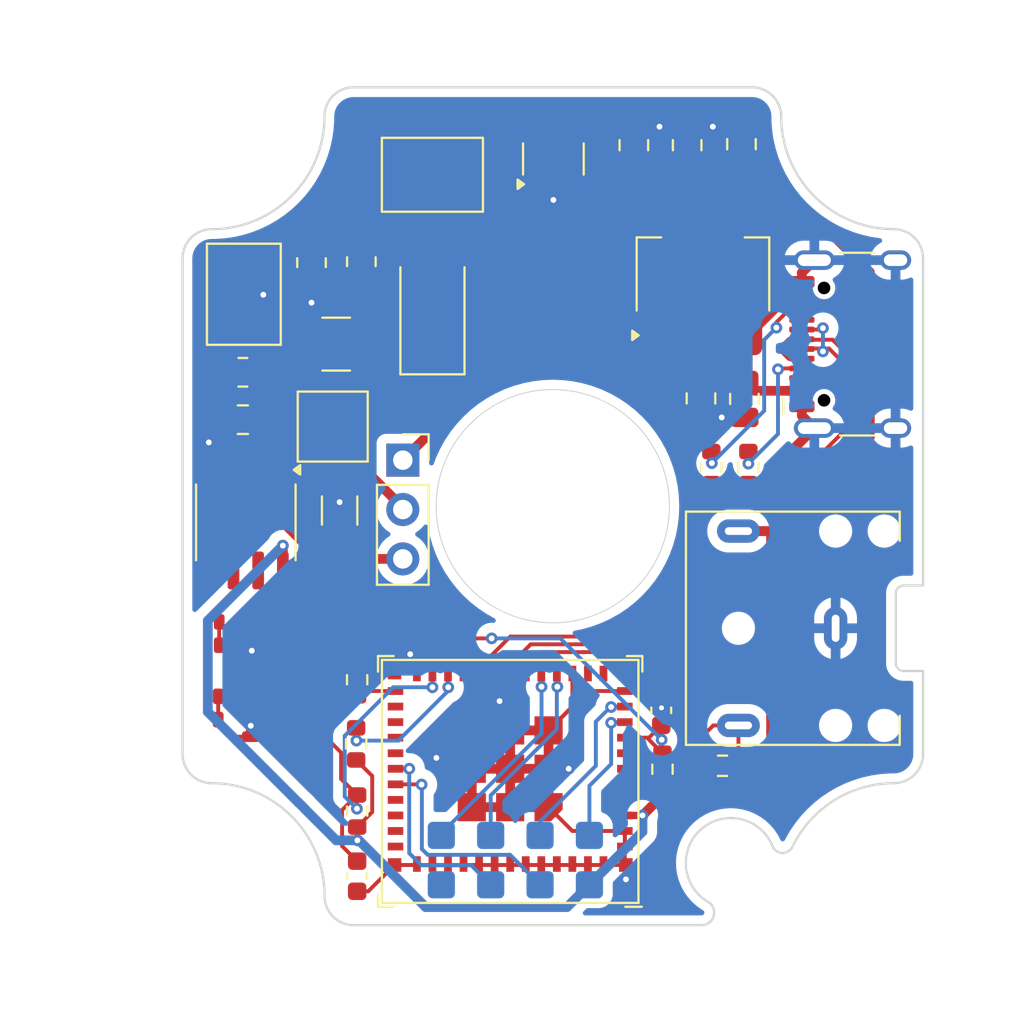
<source format=kicad_pcb>
(kicad_pcb (version 20240108) (generator "pcbnew") (generator_version "8.0")
  (layers (0 "F.Cu" signal) (31 "B.Cu" signal) (34 "B.Paste" user) (35 "F.Paste" user) (36 "B.SilkS" user "B.Silkscreen") (37 "F.SilkS" user "F.Silkscreen") (38 "B.Mask" user) (39 "F.Mask" user) (44 "Edge.Cuts" user))
  (net 0 "")
  (net 1 "GND")
  (net 2 "HV")
  (net 3 "Net-(U1A-+)")
  (net 4 "Net-(D1-A)")
  (net 5 "Net-(Q2-C)")
  (net 6 "Net-(J1-Pad3)")
  (net 7 "Net-(Q2-E)")
  (net 8 "Net-(Q2-B)")
  (net 9 "HVEN")
  (net 11 "Net-(T1-AB)")
  (net 12 "Net-(U2-FB)")
  (net 15 "EN")
  (net 18 "BOOT")
  (net 22 "PWM")
  (net 26 "RX")
  (net 28 "TDO")
  (net 29 "TX")
  (net 30 "TMS")
  (net 32 "Net-(U4-GPIO8)")
  (net 34 "TDI")
  (net 35 "TCK")
  (net 37 "D+")
  (net 39 "D-")
  (net 41 "+3.3V")
  (net 42 "SIGNAL")
  (net 43 "Net-(R2-Pad1)")
  (net 44 "Net-(R4-Pad2)")
  (net 48 "VBUS")
  (net 50 "Net-(J4-CC2)")
  (net 51 "Net-(J4-CC1)")
  (footprint "Capacitor_SMD:C_0603_1608Metric" (layer "F.Cu") (at 63.1824 80.585999 -90)
    (property "Reference" "C11" (hide yes))
    (property "Value" "1u")
  )
  (footprint "Resistor_SMD:R_0603_1608Metric" (layer "F.Cu") (at 63.1316 73.778799 -90)
    (property "Reference" "R7" (hide yes))
    (property "Value" "10k")
  )
  (footprint "Resistor_SMD:R_0603_1608Metric" (layer "F.Cu") (at 63.1824 77.233199 -90)
    (property "Reference" "R8" (hide yes))
    (property "Value" "10k")
  )
  (footprint "Capacitor_SMD:C_0805_2012Metric" (layer "F.Cu") (at 77.4192 42.9768 90)
    (property "Reference" "C7" (hide yes))
    (property "Value" "1u")
  )
  (footprint "IN13-Nixie-Device:Jack_3.5mm_CUI_SJ1-3523N_Horizontal_NoEdgeSilkscreen" (layer "F.Cu") (at 87.8 67.83 90)
    (property "Reference" "J2" (hide yes))
    (property "Value" "AudioJack3")
    (fp_line (start 1.8 3.1) (end -1.8 3.1) (stroke (width 0.12)) (layer "Edge.Cuts"))
    (fp_line (start 2.2 3.5) (end 2.2 4.5) (stroke (width 0.12)) (layer "Edge.Cuts"))
    (fp_line (start -2.2 3.5) (end -2.2 4.5) (stroke (width 0.12)) (layer "Edge.Cuts"))
    (fp_line (start 2.2 4.5) (end 6.5 4.5) (stroke (width 0.12)) (layer "Edge.Cuts"))
    (fp_line (start -2.2 4.5) (end -6.5 4.5) (stroke (width 0.12)) (layer "Edge.Cuts"))
    (fp_arc (start 1.8 3.1) (mid 2.082843 3.217157) (end 2.2 3.5) (stroke (width 0.12)) (layer "Edge.Cuts"))
    (fp_arc (start -2.2 3.5) (mid -2.082842 3.217158) (end -1.8 3.1) (stroke (width 0.12)) (layer "Edge.Cuts"))
  )
  (footprint "Resistor_SMD:R_0805_2012Metric" (layer "F.Cu") (at 60.833 49.022 -90)
    (property "Reference" "R2" (hide yes))
    (property "Value" "5k")
  )
  (footprint "Capacitor_SMD:C_0805_2012Metric" (layer "F.Cu") (at 80.8736 56.007 -90)
    (property "Reference" "C6" (hide yes))
    (property "Value" "1u")
  )
  (footprint "PCM_Potentiometer_SMD_AKL:Potentiometer_Bourns_TC33X_Vertical" (layer "F.Cu") (at 66.9544 44.5008 180)
    (property "Reference" "RV2" (hide yes))
    (property "Value" "10k" (hide yes))
  )
  (footprint "Resistor_SMD:R_0805_2012Metric" (layer "F.Cu") (at 57.3024 54.6608 180)
    (property "Reference" "R4" (hide yes))
    (property "Value" "330")
  )
  (footprint "Resistor_SMD:R_0603_1608Metric" (layer "F.Cu") (at 81.979001 74.904599)
    (property "Reference" "R11" (hide yes))
    (property "Value" "10k")
  )
  (footprint "Package_TO_SOT_SMD:SOT-223-3_TabPin2" (layer "F.Cu") (at 80.9752 49.6316 90)
    (property "Reference" "U3" (hide yes))
    (property "Value" "AMS1117-3.3")
  )
  (footprint "Capacitor_SMD:C_0805_2012Metric" (layer "F.Cu") (at 82.9564 42.926 90)
    (property "Reference" "C9" (hide yes))
    (property "Value" "22u")
  )
  (footprint "IN13-Nixie-Device:Mitsumi_SOFSeries_SMD_Button_NoHoles" (layer "F.Cu") (at 57.7088 71.9328 180)
    (property "Reference" "SW3" (hide yes))
    (property "Value" "SW_Push")
  )
  (footprint "Resistor_SMD:R_0805_2012Metric" (layer "F.Cu") (at 63.3984 48.9712 -90)
    (property "Reference" "R1" (hide yes))
    (property "Value" "1M")
  )
  (footprint "Capacitor_SMD:C_0805_2012Metric" (layer "F.Cu") (at 80.1624 42.9768 90)
    (property "Reference" "C8" (hide yes))
    (property "Value" "10u")
  )
  (footprint "Connector_USB:USB_C_Receptacle_HCTL_HC-TYPE-C-16P-01A" (layer "F.Cu") (at 89.81 53.213 90)
    (property "Reference" "J4" (hide yes))
    (property "Value" "USB_C_Receptacle_USB2.0_16P")
  )
  (footprint "Resistor_SMD:R_0603_1608Metric" (layer "F.Cu") (at 81.407 59.563 -90)
    (property "Reference" "R9" (hide yes))
    (property "Value" "5.1K")
  )
  (footprint "PCM_Espressif:ESP32-C6-MINI-1U" (layer "F.Cu") (at 71.0564 77.759199 180)
    (property "Reference" "U4" (hide yes))
    (property "Value" "ESP32-C6-MINI-1/U")
  )
  (footprint "IN13-Nixie-Device:Mitsumi_SOFSeries_SMD_Button_NoHoles" (layer "F.Cu") (at 57.7596 68.103 180)
    (property "Reference" "SW1" (hide yes))
    (property "Value" "SW_Push")
  )
  (footprint "Resistor_SMD:R_1206_3216Metric" (layer "F.Cu") (at 62.2808 61.7728 90)
    (property "Reference" "R5" (hide yes))
    (property "Value" "220k")
  )
  (footprint "PCM_Potentiometer_SMD_AKL:Potentiometer_Bourns_TC33X_Vertical" (layer "F.Cu") (at 57.3532 50.5476 90)
    (property "Reference" "RV1" (hide yes))
    (property "Value" "2k" (hide yes))
  )
  (footprint "Capacitor_SMD:C_0603_1608Metric" (layer "F.Cu") (at 78.8288 72.051599 90)
    (property "Reference" "C10" (hide yes))
    (property "Value" "1u")
  )
  (footprint "Package_TO_SOT_SMD:SOT-23-6" (layer "F.Cu") (at 73.279 43.688 90)
    (property "Reference" "U2" (hide yes))
    (property "Value" "STI3508")
  )
  (footprint "Package_SO:SOIC-8_3.9x4.9mm_P1.27mm" (layer "F.Cu") (at 57.4548 62.3824 -90)
    (property "Reference" "U1" (hide yes))
    (property "Value" "LM358")
  )
  (footprint "PCM_Package_TO_SOT_SMD_AKL:SOT-23" (layer "F.Cu") (at 61.9252 57.4548 -90)
    (property "Reference" "Q2" (hide yes))
    (property "Value" "MMBTA42" (hide yes))
  )
  (footprint "Diode_SMD:D_SMA" (layer "F.Cu") (at 67.056 51.2572 90)
    (property "Reference" "D1" (hide yes))
    (property "Value" "US1G")
  )
  (footprint "Capacitor_SMD:C_0805_2012Metric" (layer "F.Cu") (at 83.1088 56.0324 -90)
    (property "Reference" "C5" (hide yes))
    (property "Value" "10u")
  )
  (footprint "Capacitor_SMD:C_1210_3225Metric" (layer "F.Cu") (at 62.103 53.213)
    (property "Reference" "C3" (hide yes))
    (property "Value" "0.22u 200V")
  )
  (footprint "Capacitor_SMD:C_0805_2012Metric" (layer "F.Cu") (at 57.3024 57.0992 180)
    (property "Reference" "C4" (hide yes))
    (property "Value" "100nF")
  )
  (footprint "Resistor_SMD:R_0603_1608Metric" (layer "F.Cu") (at 83.312 59.563 -90)
    (property "Reference" "R10" (hide yes))
    (property "Value" "5.1K")
  )
  (footprint "IN13-Nixie-Device:EE0504S" (layer "F.Cu") (at 73.279 50.546 90)
    (property "Reference" "T1" (hide yes))
    (property "Value" "Transformer_1P_1S")
  )
  (footprint "Resistor_SMD:R_0603_1608Metric" (layer "F.Cu") (at 63.1824 70.476799 -90)
    (property "Reference" "R3" (hide yes))
    (property "Value" "10k")
  )
  (footprint "Resistor_SMD:R_0603_1608Metric" (layer "F.Cu") (at 78.8924 75.0824 90)
    (property "Reference" "R6" (hide yes))
    (property "Value" "10k")
  )
  (footprint "Connector_PinSocket_2.54mm:PinSocket_1x03_P2.54mm_Vertical" (layer "F.Cu") (at 65.532 59.182)
    (property "Reference" "J1" (hide yes))
    (property "Value" "PINHD_1x3_Female" (hide yes))
  )
  (footprint "SharedCustom:Pads_1x4_2.54mm" (layer "B.Cu") (at 71.3232 81.026 180)
    (property "Reference" "J3" (hide yes))
    (property "Value" "PINHD_1x4_Male" (hide yes))
  )
  (footprint "SharedCustom:Pads_1x4_2.54mm" (layer "B.Cu") (at 71.3232 78.486 180)
    (property "Reference" "J5" (hide yes))
    (property "Value" "PINHD_1x4_Male" (hide yes))
  )
  (gr_arc (start 92.299999 74.330001) (mid 91.850211 75.371426) (end 90.8 75.800299) (stroke (width 0.12)) (layer "Edge.Cuts"))
  (gr_arc (start 61.5 41.5) (mid 59.801219 45.601219) (end 55.7 47.3) (stroke (width 0.12)) (layer "Edge.Cuts"))
  (gr_arc (start 81.307183 81.945907) (mid 81.506355 82.694205) (end 80.849932 83.104971) (stroke (width 0.12)) (layer "Edge.Cuts"))
  (gr_arc (start 85.573632 79.085029) (mid 87.713483 76.689459) (end 90.8 75.8) (stroke (width 0.12)) (layer "Edge.Cuts"))
  (gr_arc (start 90.799999 47.300001) (mid 86.69878 45.60122) (end 84.999999 41.500001) (stroke (width 0.12)) (layer "Edge.Cuts"))
  (gr_arc (start 55.7 75.8) (mid 54.63934 75.36066) (end 54.2 74.3) (stroke (width 0.12)) (layer "Edge.Cuts"))
  (gr_arc (start 85.573631 79.085029) (mid 85.082136 79.387994) (end 84.579942 79.103117) (stroke (width 0.12)) (layer "Edge.Cuts"))
  (gr_line (start 54.2 48.8) (end 54.2 74.3) (stroke (width 0.12)) (layer "Edge.Cuts"))
  (gr_arc (start 90.8 47.3) (mid 91.86066 47.73934) (end 92.3 48.8) (stroke (width 0.12)) (layer "Edge.Cuts"))
  (gr_arc (start 54.2 48.8) (mid 54.63934 47.73934) (end 55.7 47.3) (stroke (width 0.12)) (layer "Edge.Cuts"))
  (gr_circle (center 73.25 61.55) (end 79.25 61.55) (stroke (width 0.05)) (fill none) (layer "Edge.Cuts"))
  (gr_arc (start 81.307183 81.945907) (mid 80.889888 78.160221) (end 84.579942 79.103117) (stroke (width 0.12)) (layer "Edge.Cuts"))
  (gr_arc (start 63.006368 83.104971) (mid 61.945708 82.665631) (end 61.506368 81.604971) (stroke (width 0.12)) (layer "Edge.Cuts"))
  (gr_arc (start 61.5 41.5) (mid 61.93934 40.43934) (end 63 40) (stroke (width 0.12)) (layer "Edge.Cuts"))
  (gr_line (start 92.3 48.8) (end 92.3 61.330001) (stroke (width 0.12)) (layer "Edge.Cuts"))
  (gr_arc (start 83.499999 40.000001) (mid 84.560659 40.439341) (end 84.999999 41.500001) (stroke (width 0.12)) (layer "Edge.Cuts"))
  (gr_line (start 63 40) (end 83.5 40) (stroke (width 0.12)) (layer "Edge.Cuts"))
  (gr_line (start 63.006368 83.104971) (end 80.849932 83.104971) (stroke (width 0.12)) (layer "Edge.Cuts"))
  (gr_arc (start 55.7 75.8) (mid 59.805428 77.499952) (end 61.506368 81.604971) (stroke (width 0.12)) (layer "Edge.Cuts"))
  (segment (start 57.7088 73.4078) (end 58.508799 73.4078) (width 0.2) (layer "F.Cu") (net 1))
  (segment (start 63.754601 81.360999) (end 65.106402 80.009198) (width 0.2) (layer "F.Cu") (net 1))
  (segment (start 71.0564 72.1232) (end 70.5104 71.5772) (width 0.5) (layer "F.Cu") (net 1))
  (segment (start 83.108801 56.9824) (end 80.899001 56.9824) (width 0.5) (layer "F.Cu") (net 1))
  (segment (start 76.9564 78.259199) (end 74.256399 78.259199) (width 0.2) (layer "F.Cu") (net 1))
  (segment (start 59.762601 52.347601) (end 60.628 53.213) (width 0.5) (layer "F.Cu") (net 1))
  (segment (start 65.1064 69.9708) (end 65.913 69.1642) (width 0.2) (layer "F.Cu") (net 1))
  (segment (start 78.8288 71.909799) (end 78.8416 71.922599) (width 0.2) (layer "F.Cu") (net 1))
  (segment (start 73.0314 75.059199) (end 73.0314 73.0842) (width 0.5) (layer "F.Cu") (net 1))
  (segment (start 60.833 49.9345) (end 60.833 53.008) (width 0.5) (layer "F.Cu") (net 1))
  (segment (start 63.1824 81.360999) (end 63.754601 81.360999) (width 0.2) (layer "F.Cu") (net 1))
  (segment (start 86.065 56.413) (end 86.065 56.892999) (width 0.5) (layer "F.Cu") (net 1))
  (segment (start 80.873601 56.957) (end 78.675199 54.758598) (width 0.5) (layer "F.Cu") (net 1))
  (segment (start 69.081401 75.059198) (end 73.031399 75.059198) (width 0.5) (layer "F.Cu") (net 1))
  (segment (start 58.559599 69.578) (end 57.7596 69.578) (width 0.2) (layer "F.Cu") (net 1))
  (segment (start 76.9564 71.059199) (end 78.6114 71.059199) (width 0.2) (layer "F.Cu") (net 1))
  (segment (start 74.2564 71.8592) (end 74.2564 70.159199) (width 0.2) (layer "F.Cu") (net 1))
  (segment (start 59.434601 68.702998) (end 58.559599 69.578) (width 0.2) (layer "F.Cu") (net 1))
  (segment (start 71.0564 73.084199) (end 71.0564 77.034198) (width 0.5) (layer "F.Cu") (net 1))
  (segment (start 71.056401 79.959198) (end 71.0564 79.959199) (width 0.2) (layer "F.Cu") (net 1))
  (segment (start 58.3532 50.097599) (end 57.3532 49.097599) (width 0.5) (layer "F.Cu") (net 1))
  (segment (start 75.3364 71.059199) (end 75.056401 71.059199) (width 0.2) (layer "F.Cu") (net 1))
  (segment (start 71.0564 77.034198) (end 71.056401 77.034199) (width 0.5) (layer "F.Cu") (net 1))
  (segment (start 65.106402 80.009198) (end 77.006401 80.009198) (width 0.2) (layer "F.Cu") (net 1))
  (segment (start 77.419199 42.026802) (end 82.905599 42.026802) (width 0.5) (layer "F.Cu") (net 1))
  (segment (start 78.6114 71.059199) (end 78.8288 71.276599) (width 0.2) (layer "F.Cu") (net 1))
  (segment (start 82.905599 42.026802) (end 82.956401 41.976) (width 0.5) (layer "F.Cu") (net 1))
  (segment (start 83.312 60.387999) (end 83.85 60.387999) (width 0.5) (layer "F.Cu") (net 1))
  (segment (start 69.081399 73.0842) (end 73.0314 73.0842) (width 0.5) (layer "F.Cu") (net 1))
  (segment (start 86.065 49.533002) (end 86.705001 48.893001) (width 0.5) (layer "F.Cu") (net 1))
  (segment (start 56.033799 72.532799) (end 56.9088 73.4078) (width 0.2) (layer "F.Cu") (net 1))
  (segment (start 77.0064 80.009199) (end 77.0064 80.7402) (width 0.2) (layer "F.Cu") (net 1))
  (segment (start 74.0664 75.057) (end 73.033599 75.057) (width 0.5) (layer "F.Cu") (net 1))
  (segment (start 56.033799 71.332802) (end 56.033799 72.532799) (width 0.2) (layer "F.Cu") (net 1))
  (segment (start 75.056401 71.059199) (end 73.0314 73.0842) (width 0.2) (layer "F.Cu") (net 1))
  (segment (start 67.2592 74.4982) (end 67.820198 75.059198) (width 0.5) (layer "F.Cu") (net 1))
  (segment (start 56.9088 73.4078) (end 57.7088 73.4078) (width 0.2) (layer "F.Cu") (net 1))
  (segment (start 77.0064 80.7402) (end 77.0128 80.7466) (width 0.2) (layer "F.Cu") (net 1))
  (segment (start 78.675199 54.758598) (end 78.675199 52.781602) (width 0.5) (layer "F.Cu") (net 1))
  (segment (start 58.3532 52.347601) (end 59.762601 52.347601) (width 0.5) (layer "F.Cu") (net 1))
  (segment (start 57.7596 69.578) (end 57.7596 68.9864) (width 0.5) (layer "F.Cu") (net 1))
  (segment (start 69.081399 73.0842) (end 69.081399 77.034199) (width 0.5) (layer "F.Cu") (net 1))
  (segment (start 73.0314 73.0842) (end 74.2564 71.8592) (width 0.2) (layer "F.Cu") (net 1))
  (segment (start 86.065 50.013) (end 86.065 49.533002) (width 0.5) (layer "F.Cu") (net 1))
  (segment (start 55.5498 59.9074) (end 55.5498 57.901802) (width 0.5) (layer "F.Cu") (net 1))
  (segment (start 57.7088 73.4078) (end 57.7088 72.8472) (width 0.5) (layer "F.Cu") (net 1))
  (segment (start 76.9564 78.259199) (end 76.9564 79.959197) (width 0.2) (layer "F.Cu") (net 1))
  (segment (start 76.9564 71.059199) (end 75.3364 71.059199) (width 0.2) (layer "F.Cu") (net 1))
  (segment (start 78.8288 71.276599) (end 78.8288 71.909799) (width 0.2) (layer "F.Cu") (net 1))
  (segment (start 56.9596 69.578) (end 57.7596 69.578) (width 0.2) (layer "F.Cu") (net 1))
  (segment (start 73.279 44.8255) (end 73.279 45.7962) (width 0.5) (layer "F.Cu") (net 1))
  (segment (start 73.031399 75.059198) (end 73.0314 75.059199) (width 0.5) (layer "F.Cu") (net 1))
  (segment (start 65.1064 70.109199) (end 65.1064 69.9708) (width 0.2) (layer "F.Cu") (net 1))
  (segment (start 71.0564 73.084199) (end 71.0564 72.1232) (width 0.5) (layer "F.Cu") (net 1))
  (segment (start 76.9564 79.959197) (end 77.006401 80.009198) (width 0.2) (layer "F.Cu") (net 1))
  (segment (start 80.899001 56.9824) (end 80.873601 56.957) (width 0.5) (layer "F.Cu") (net 1))
  (segment (start 56.084599 67.503002) (end 56.084599 68.702999) (width 0.2) (layer "F.Cu") (net 1))
  (segment (start 74.256399 78.259199) (end 73.0314 77.0342) (width 0.2) (layer "F.Cu") (net 1))
  (segment (start 83.85 60.387999) (end 86.705 57.532999) (width 0.5) (layer "F.Cu") (net 1))
  (segment (start 69.0814 77.0342) (end 73.0314 77.0342) (width 0.5) (layer "F.Cu") (net 1))
  (segment (start 60.833 53.008) (end 60.628 53.213) (width 0.5) (layer "F.Cu") (net 1))
  (segment (start 73.033599 75.057) (end 73.0314 75.059199) (width 0.5) (layer "F.Cu") (net 1))
  (segment (start 86.065 56.892999) (end 86.705 57.532999) (width 0.5) (layer "F.Cu") (net 1))
  (segment (start 69.081399 77.034199) (end 69.0814 77.0342) (width 0.5) (layer "F.Cu") (net 1))
  (segment (start 58.3532 52.347601) (end 58.3532 50.097599) (width 0.5) (layer "F.Cu") (net 1))
  (segment (start 76.9564 79.059199) (end 76.9564 78.259199) (width 0.2) (layer "F.Cu") (net 1))
  (segment (start 58.508799 73.4078) (end 59.383801 72.532798) (width 0.2) (layer "F.Cu") (net 1))
  (segment (start 62.2808 60.3103) (end 62.2808 61.341) (width 0.5) (layer "F.Cu") (net 1))
  (segment (start 56.084599 68.702999) (end 56.9596 69.578) (width 0.2) (layer "F.Cu") (net 1))
  (segment (start 65.106401 70.109198) (end 64.863799 70.3518) (width 0.2) (layer "F.Cu") (net 1))
  (segment (start 55.5498 57.901802) (end 56.352401 57.099201) (width 0.5) (layer "F.Cu") (net 1))
  (segment (start 83.312 60.387999) (end 81.407 60.387999) (width 0.5) (layer "F.Cu") (net 1))
  (segment (start 67.820198 75.059198) (end 69.081401 75.059198) (width 0.5) (layer "F.Cu") (net 1))
  (segment (start 73.0314 75.059199) (end 73.0314 77.0342) (width 0.5) (layer "F.Cu") (net 1))
  (via (at 65.913 69.1642) (size 0.6) (drill 0.3) (layers "F.Cu" "B.Cu") (net 1))
  (via (at 81.4832 42.026802) (size 0.6) (drill 0.3) (layers "F.Cu" "B.Cu") (net 1))
  (via (at 58.3532 50.673) (size 0.6) (drill 0.3) (layers "F.Cu" "B.Cu") (net 1))
  (via (at 81.9404 56.9824) (size 0.6) (drill 0.3) (layers "F.Cu" "B.Cu") (net 1))
  (via (at 57.7088 72.8472) (size 0.6) (drill 0.3) (layers "F.Cu" "B.Cu") (net 1))
  (via (at 73.279 45.7962) (size 0.6) (drill 0.3) (layers "F.Cu" "B.Cu") (net 1))
  (via (at 67.2592 74.4982) (size 0.6) (drill 0.3) (layers "F.Cu" "B.Cu") (net 1))
  (via (at 60.833 51.0794) (size 0.6) (drill 0.3) (layers "F.Cu" "B.Cu") (net 1))
  (via (at 77.0128 80.7466) (size 0.6) (drill 0.3) (layers "F.Cu" "B.Cu") (net 1))
  (via (at 70.5104 71.5772) (size 0.6) (drill 0.3) (layers "F.Cu" "B.Cu") (net 1))
  (via (at 78.74 42.026802) (size 0.6) (drill 0.3) (layers "F.Cu" "B.Cu") (net 1))
  (via (at 62.2808 61.341) (size 0.6) (drill 0.3) (layers "F.Cu" "B.Cu") (net 1))
  (via (at 78.8416 71.922599) (size 0.508) (drill 0.254) (layers "F.Cu" "B.Cu") (net 1))
  (via (at 55.5498 58.2676) (size 0.6) (drill 0.3) (layers "F.Cu" "B.Cu") (net 1))
  (via (at 57.7596 68.9864) (size 0.6) (drill 0.3) (layers "F.Cu" "B.Cu") (net 1))
  (via (at 74.0664 75.057) (size 0.6) (drill 0.3) (layers "F.Cu" "B.Cu") (net 1))
  (segment (start 77.0128 80.7466) (end 77.2414 80.9752) (width 0.2) (layer "B.Cu") (net 1))
  (segment (start 63.3984 53.0334) (end 63.578 53.213) (width 0.5) (layer "F.Cu") (net 2))
  (segment (start 63.622203 53.257203) (end 63.578 53.213) (width 0.5) (layer "F.Cu") (net 2))
  (segment (start 63.3984 49.8837) (end 63.3984 53.0334) (width 0.5) (layer "F.Cu") (net 2))
  (segment (start 67.056001 53.257203) (end 67.056001 57.657999) (width 0.5) (layer "F.Cu") (net 2))
  (segment (start 67.056001 57.657999) (end 65.532 59.182) (width 0.5) (layer "F.Cu") (net 2))
  (segment (start 67.056001 53.257203) (end 63.622203 53.257203) (width 0.5) (layer "F.Cu") (net 2))
  (segment (start 57.9882 62.0776) (end 58.8518 62.0776) (width 0.2) (layer "F.Cu") (net 3))
  (segment (start 58.8518 62.0776) (end 63.1824 66.4082) (width 0.2) (layer "F.Cu") (net 3))
  (segment (start 58.252399 57.099199) (end 58.252399 57.698601) (width 0.5) (layer "F.Cu") (net 3))
  (segment (start 56.8198 60.9092) (end 57.9882 62.0776) (width 0.2) (layer "F.Cu") (net 3))
  (segment (start 56.8198 59.9074) (end 56.8198 60.9092) (width 0.2) (layer "F.Cu") (net 3))
  (segment (start 58.252399 57.698601) (end 56.819801 59.131199) (width 0.5) (layer "F.Cu") (net 3))
  (segment (start 56.819801 59.131199) (end 56.819801 59.907399) (width 0.5) (layer "F.Cu") (net 3))
  (segment (start 63.1824 66.4082) (end 63.1824 69.6518) (width 0.2) (layer "F.Cu") (net 3))
  (segment (start 68.344802 50.546) (end 70.679 50.546) (width 0.5) (layer "F.Cu") (net 4))
  (segment (start 67.055999 49.257197) (end 68.344802 50.546) (width 0.5) (layer "F.Cu") (net 4))
  (segment (start 62.468001 58.556401) (end 65.532 61.6204) (width 0.5) (layer "F.Cu") (net 5))
  (segment (start 65.532 61.6204) (end 65.532 61.722) (width 0.5) (layer "F.Cu") (net 5))
  (segment (start 61.9252 58.556401) (end 62.468001 58.556401) (width 0.5) (layer "F.Cu") (net 5))
  (segment (start 65.532 64.262) (end 63.3075 64.262) (width 0.5) (layer "F.Cu") (net 6))
  (segment (start 63.3075 64.262) (end 62.2808 63.2353) (width 0.5) (layer "F.Cu") (net 6))
  (segment (start 60.1853 57.1881) (end 58.0898 59.2836) (width 0.5) (layer "F.Cu") (net 7))
  (segment (start 58.0898 59.2836) (end 58.0898 59.9074) (width 0.5) (layer "F.Cu") (net 7))
  (segment (start 60.008899 56.454799) (end 58.2149 54.6608) (width 0.5) (layer "F.Cu") (net 7))
  (segment (start 60.1853 57.1881) (end 60.918601 56.454799) (width 0.5) (layer "F.Cu") (net 7))
  (segment (start 60.918601 56.454799) (end 60.9752 56.454799) (width 0.5) (layer "F.Cu") (net 7))
  (segment (start 60.9752 56.454799) (end 60.008899 56.454799) (width 0.5) (layer "F.Cu") (net 7))
  (segment (start 60.46375 56.90965) (end 60.1853 57.1881) (width 0.5) (layer "F.Cu") (net 7))
  (segment (start 62.3316 56.5658) (end 59.3598 59.5376) (width 0.5) (layer "F.Cu") (net 8))
  (segment (start 62.875202 56.556401) (end 62.467999 56.556401) (width 0.5) (layer "F.Cu") (net 8))
  (segment (start 62.467999 56.556401) (end 62.4586 56.5658) (width 0.5) (layer "F.Cu") (net 8))
  (segment (start 62.4586 56.5658) (end 62.3316 56.5658) (width 0.5) (layer "F.Cu") (net 8))
  (segment (start 59.3598 59.5376) (end 59.3598 59.9074) (width 0.5) (layer "F.Cu") (net 8))
  (segment (start 74.856 47.0386) (end 74.094 47.8006) (width 0.2) (layer "F.Cu") (net 9))
  (segment (start 74.094 47.8006) (end 74.094 53.011147) (width 0.2) (layer "F.Cu") (net 9))
  (segment (start 69.4564 69.8626) (end 69.4564 70.159199) (width 0.2) (layer "F.Cu") (net 9))
  (segment (start 79.9338 58.850947) (end 79.9338 64.249053) (width 0.2) (layer "F.Cu") (net 9))
  (segment (start 70.2818 69.0372) (end 69.4564 69.8626) (width 0.2) (layer "F.Cu") (net 9))
  (segment (start 74.856 43.177501) (end 74.856 47.0386) (width 0.2) (layer "F.Cu") (net 9))
  (segment (start 71.0628 68.2562) (end 70.2818 69.0372) (width 0.2) (layer "F.Cu") (net 9))
  (segment (start 74.094 53.011147) (end 79.9338 58.850947) (width 0.2) (layer "F.Cu") (net 9))
  (segment (start 75.926653 68.2562) (end 71.0628 68.2562) (width 0.2) (layer "F.Cu") (net 9))
  (segment (start 79.9338 64.249053) (end 75.926653 68.2562) (width 0.2) (layer "F.Cu") (net 9))
  (segment (start 74.228999 42.5505) (end 74.856 43.177501) (width 0.2) (layer "F.Cu") (net 9))
  (segment (start 70.679001 52.496001) (end 72.329001 50.846001) (width 0.5) (layer "F.Cu") (net 11))
  (segment (start 72.329001 50.846001) (end 72.329001 44.8255) (width 0.5) (layer "F.Cu") (net 11))
  (segment (start 74.229 44.825501) (end 74.229 44.163002) (width 0.5) (layer "F.Cu") (net 12))
  (segment (start 68.754401 45.5008) (end 68.723 45.5008) (width 0.5) (layer "F.Cu") (net 12))
  (segment (start 70.5148 43.709) (end 68.2498 45.974) (width 0.5) (layer "F.Cu") (net 12))
  (segment (start 68.723 45.5008) (end 67.5386 46.6852) (width 0.5) (layer "F.Cu") (net 12))
  (segment (start 73.774998 43.709) (end 70.5148 43.709) (width 0.5) (layer "F.Cu") (net 12))
  (segment (start 67.5386 46.6852) (end 64.7719 46.6852) (width 0.5) (layer "F.Cu") (net 12))
  (segment (start 64.7719 46.6852) (end 63.3984 48.0587) (width 0.5) (layer "F.Cu") (net 12))
  (segment (start 74.229 44.163002) (end 73.774998 43.709) (width 0.5) (layer "F.Cu") (net 12))
  (segment (start 76.956399 73.459199) (end 78.094198 73.459199) (width 0.2) (layer "F.Cu") (net 15))
  (segment (start 59.424402 67.5132) (end 59.434601 67.503001) (width 0.2) (layer "F.Cu") (net 15))
  (segment (start 65.670447 68.3514) (end 70.104 68.3514) (width 0.2) (layer "F.Cu") (net 15))
  (segment (start 59.434601 67.503001) (end 62.283399 70.351799) (width 0.2) (layer "F.Cu") (net 15))
  (segment (start 78.8288 73.543506) (end 78.8288 72.826599) (width 0.2) (layer "F.Cu") (net 15))
  (segment (start 78.094198 73.459199) (end 78.8924 74.257401) (width 0.2) (layer "F.Cu") (net 15))
  (segment (start 63.670048 70.351799) (end 65.670447 68.3514) (width 0.2) (layer "F.Cu") (net 15))
  (segment (start 62.283399 70.351799) (end 63.670048 70.351799) (width 0.2) (layer "F.Cu") (net 15))
  (segment (start 78.851239 73.565945) (end 78.8288 73.543506) (width 0.2) (layer "F.Cu") (net 15))
  (segment (start 78.094198 73.459199) (end 78.1962 73.459199) (width 0.2) (layer "F.Cu") (net 15))
  (segment (start 78.1962 73.459199) (end 78.8288 72.826599) (width 0.2) (layer "F.Cu") (net 15))
  (via (at 70.104 68.3514) (size 0.6) (drill 0.3) (layers "F.Cu" "B.Cu") (net 15))
  (via (at 78.851239 73.565945) (size 0.6) (drill 0.3) (layers "F.Cu" "B.Cu") (net 15))
  (segment (start 70.104 68.3514) (end 73.636694 68.3514) (width 0.2) (layer "B.Cu") (net 15))
  (segment (start 73.636694 68.3514) (end 78.851239 73.565945) (width 0.2) (layer "B.Cu") (net 15))
  (segment (start 63.1698 77.1144) (end 63.1698 76.4208) (width 0.2) (layer "F.Cu") (net 18))
  (segment (start 67.0564 70.159197) (end 67.0564 70.773235) (width 0.2) (layer "F.Cu") (net 18))
  (segment (start 67.0564 70.773235) (end 67.045385 70.78425) (width 0.2) (layer "F.Cu") (net 18))
  (segment (start 62.4074 79.035999) (end 63.1824 79.810999) (width 0.2) (layer "F.Cu") (net 18))
  (segment (start 63.1824 76.4082) (end 62.3566 75.5824) (width 0.2) (layer "F.Cu") (net 18))
  (segment (start 62.4074 77.1832) (end 62.4074 79.035999) (width 0.2) (layer "F.Cu") (net 18))
  (segment (start 62.3566 75.5824) (end 62.3566 74.225262) (width 0.2) (layer "F.Cu") (net 18))
  (segment (start 62.3566 74.225262) (end 59.470944 71.339606) (width 0.2) (layer "F.Cu") (net 18))
  (segment (start 59.470944 71.339606) (end 59.420384 71.293062) (width 0.2) (layer "F.Cu") (net 18))
  (segment (start 63.1824 76.4082) (end 62.4074 77.1832) (width 0.2) (layer "F.Cu") (net 18))
  (segment (start 63.1698 76.4208) (end 63.1824 76.4082) (width 0.2) (layer "F.Cu") (net 18))
  (via (at 67.056 70.866) (size 0.6) (drill 0.3) (layers "F.Cu" "B.Cu") (net 18))
  (via (at 63.1698 77.1144) (size 0.6) (drill 0.3) (layers "F.Cu" "B.Cu") (net 18))
  (segment (start 62.5444 73.360671) (end 62.5444 76.489) (width 0.2) (layer "B.Cu") (net 18))
  (segment (start 62.5444 76.489) (end 63.1698 77.1144) (width 0.2) (layer "B.Cu") (net 18))
  (segment (start 66.963635 70.866) (end 65.039071 70.866) (width 0.2) (layer "B.Cu") (net 18))
  (segment (start 65.039071 70.866) (end 62.5444 73.360671) (width 0.2) (layer "B.Cu") (net 18))
  (segment (start 67.045385 70.78425) (end 66.963635 70.866) (width 0.2) (layer "B.Cu") (net 18))
  (segment (start 63.424999 71.059199) (end 63.1824 71.301798) (width 0.2) (layer "F.Cu") (net 22))
  (segment (start 65.1564 71.059199) (end 63.424999 71.059199) (width 0.2) (layer "F.Cu") (net 22))
  (segment (start 65.158597 75.057) (end 65.156399 75.059198) (width 0.2) (layer "F.Cu") (net 26))
  (segment (start 65.8114 75.057) (end 65.158597 75.057) (width 0.2) (layer "F.Cu") (net 26))
  (via (at 65.8622 75.057) (size 0.6) (drill 0.3) (layers "F.Cu" "B.Cu") (net 26))
  (segment (start 66.4878 80.026) (end 69.0532 80.026) (width 0.2) (layer "B.Cu") (net 26))
  (segment (start 65.8114 75.057) (end 65.8622 75.057) (width 0.2) (layer "B.Cu") (net 26))
  (segment (start 65.8622 79.4004) (end 66.4878 80.026) (width 0.2) (layer "B.Cu") (net 26))
  (segment (start 69.0532 80.026) (end 70.0532 81.026) (width 0.2) (layer "B.Cu") (net 26))
  (segment (start 65.8622 75.057) (end 65.8622 79.4004) (width 0.2) (layer "B.Cu") (net 26))
  (segment (start 72.6564 70.8022) (end 72.6694 70.8152) (width 0.2) (layer "F.Cu") (net 28))
  (segment (start 72.6564 70.159199) (end 72.6564 70.8022) (width 0.2) (layer "F.Cu") (net 28))
  (via (at 72.6694 70.8406) (size 0.6) (drill 0.3) (layers "F.Cu" "B.Cu") (net 28))
  (segment (start 72.6694 70.8406) (end 72.6694 73.2282) (width 0.2) (layer "B.Cu") (net 28))
  (segment (start 72.6694 73.2282) (end 67.5132 78.3844) (width 0.2) (layer "B.Cu") (net 28))
  (segment (start 72.6694 70.8152) (end 72.6694 70.8406) (width 0.2) (layer "B.Cu") (net 28))
  (segment (start 67.5132 78.3844) (end 67.5132 78.486) (width 0.2) (layer "B.Cu") (net 28))
  (segment (start 66.359599 75.859199) (end 66.3956 75.8952) (width 0.2) (layer "F.Cu") (net 29))
  (segment (start 65.156399 75.859199) (end 66.359599 75.859199) (width 0.2) (layer "F.Cu") (net 29))
  (via (at 66.4972 75.8698) (size 0.6) (drill 0.3) (layers "F.Cu" "B.Cu") (net 29))
  (segment (start 66.8114 79.486) (end 71.0532 79.486) (width 0.2) (layer "B.Cu") (net 29))
  (segment (start 66.4972 75.8698) (end 66.5132 75.8858) (width 0.2) (layer "B.Cu") (net 29))
  (segment (start 66.5132 75.8858) (end 66.5132 79.1878) (width 0.2) (layer "B.Cu") (net 29))
  (segment (start 71.0532 79.486) (end 72.5932 81.026) (width 0.2) (layer "B.Cu") (net 29))
  (segment (start 66.5132 79.1878) (end 66.8114 79.486) (width 0.2) (layer "B.Cu") (net 29))
  (segment (start 66.4972 75.8698) (end 66.3956 75.9714) (width 0.2) (layer "B.Cu") (net 29))
  (segment (start 76.347531 72.659199) (end 76.312316 72.694414) (width 0.2) (layer "F.Cu") (net 30))
  (segment (start 76.9564 72.659199) (end 76.347531 72.659199) (width 0.2) (layer "F.Cu") (net 30))
  (via (at 76.2508 72.6948) (size 0.6) (drill 0.3) (layers "F.Cu" "B.Cu") (net 30))
  (segment (start 76.2508 72.75593) (end 76.2508 74.817728) (width 0.2) (layer "B.Cu") (net 30))
  (segment (start 76.312316 72.694414) (end 76.2508 72.75593) (width 0.2) (layer "B.Cu") (net 30))
  (segment (start 75.1332 75.935328) (end 75.1332 78.486) (width 0.2) (layer "B.Cu") (net 30))
  (segment (start 76.2508 74.817728) (end 75.1332 75.935328) (width 0.2) (layer "B.Cu") (net 30))
  (segment (start 67.8434 70.8406) (end 67.8434 70.1722) (width 0.2) (layer "F.Cu") (net 32))
  (segment (start 63.1316 72.9538) (end 63.1316 73.5964) (width 0.2) (layer "F.Cu") (net 32))
  (segment (start 67.8434 70.1722) (end 67.856401 70.159199) (width 0.2) (layer "F.Cu") (net 32))
  (segment (start 63.1316 73.5964) (end 63.1444 73.6092) (width 0.2) (layer "F.Cu") (net 32))
  (via (at 63.1444 73.6092) (size 0.6) (drill 0.3) (layers "F.Cu" "B.Cu") (net 32))
  (via (at 67.8688 70.866) (size 0.6) (drill 0.3) (layers "F.Cu" "B.Cu") (net 32))
  (segment (start 67.8434 71.0692) (end 65.3034 73.6092) (width 0.2) (layer "B.Cu") (net 32))
  (segment (start 65.3034 73.6092) (end 63.1444 73.6092) (width 0.2) (layer "B.Cu") (net 32))
  (segment (start 67.8434 70.8406) (end 67.8434 71.0692) (width 0.2) (layer "B.Cu") (net 32))
  (segment (start 76.304199 71.859199) (end 76.3016 71.8566) (width 0.2) (layer "F.Cu") (net 34))
  (segment (start 76.9564 71.859199) (end 76.304199 71.859199) (width 0.2) (layer "F.Cu") (net 34))
  (via (at 76.2508 71.882) (size 0.6) (drill 0.3) (layers "F.Cu" "B.Cu") (net 34))
  (segment (start 75.4634 74.9046) (end 72.5932 77.7748) (width 0.2) (layer "B.Cu") (net 34))
  (segment (start 76.2508 71.882) (end 76.215071 71.882) (width 0.2) (layer "B.Cu") (net 34))
  (segment (start 72.5932 77.7748) (end 72.5932 78.486) (width 0.2) (layer "B.Cu") (net 34))
  (segment (start 76.215071 71.882) (end 75.4634 72.633671) (width 0.2) (layer "B.Cu") (net 34))
  (segment (start 75.4634 72.633671) (end 75.4634 74.9046) (width 0.2) (layer "B.Cu") (net 34))
  (segment (start 76.3016 71.8566) (end 76.2762 71.882) (width 0.2) (layer "B.Cu") (net 34))
  (segment (start 73.4564 70.159199) (end 73.4564 70.77682) (width 0.2) (layer "F.Cu") (net 35))
  (segment (start 73.4564 70.77682) (end 73.468987 70.789407) (width 0.2) (layer "F.Cu") (net 35))
  (via (at 73.4822 70.8406) (size 0.6) (drill 0.3) (layers "F.Cu" "B.Cu") (net 35))
  (segment (start 73.468987 70.789407) (end 73.4568 70.801594) (width 0.2) (layer "B.Cu") (net 35))
  (segment (start 73.4568 73.025) (end 70.0532 76.4286) (width 0.2) (layer "B.Cu") (net 35))
  (segment (start 73.4568 70.801594) (end 73.4568 73.025) (width 0.2) (layer "B.Cu") (net 35))
  (segment (start 70.0532 76.4286) (end 70.0532 78.486) (width 0.2) (layer "B.Cu") (net 35))
  (segment (start 71.0564 70.159199) (end 71.0564 69.7104) (width 0.2) (layer "F.Cu") (net 37))
  (segment (start 72.1106 68.6562) (end 76.092339 68.6562) (width 0.2) (layer "F.Cu") (net 37))
  (segment (start 80.3338 62.2618) (end 81.5076 61.088) (width 0.2) (layer "F.Cu") (net 37))
  (segment (start 87.460601 53.438001) (end 86.089998 53.438001) (width 0.2) (layer "F.Cu") (net 37))
  (segment (start 87.073123 52.463) (end 87.148123 52.388) (width 0.2) (layer "F.Cu") (net 37))
  (segment (start 76.092339 68.6562) (end 80.3338 64.414739) (width 0.2) (layer "F.Cu") (net 37))
  (segment (start 71.0564 69.7104) (end 72.1106 68.6562) (width 0.2) (layer "F.Cu") (net 37))
  (segment (start 81.5076 61.088) (end 84.831371 61.088) (width 0.2) (layer "F.Cu") (net 37))
  (segment (start 88.421 57.498371) (end 88.421 54.3984) (width 0.2) (layer "F.Cu") (net 37))
  (segment (start 86.065 52.463) (end 87.073123 52.463) (width 0.2) (layer "F.Cu") (net 37))
  (segment (start 84.831371 61.088) (end 88.421 57.498371) (width 0.2) (layer "F.Cu") (net 37))
  (segment (start 86.089998 53.438001) (end 86.065 53.462999) (width 0.2) (layer "F.Cu") (net 37))
  (segment (start 88.421 54.3984) (end 87.460601 53.438001) (width 0.2) (layer "F.Cu") (net 37))
  (segment (start 80.3338 64.414739) (end 80.3338 62.2618) (width 0.2) (layer "F.Cu") (net 37))
  (via (at 87.148123 52.388) (size 0.6) (drill 0.3) (layers "F.Cu" "B.Cu") (net 37))
  (via (at 87.148123 53.588) (size 0.6) (drill 0.3) (layers "F.Cu" "B.Cu") (net 37))
  (segment (start 87.148123 53.588) (end 87.148123 52.388) (width 0.2) (layer "B.Cu") (net 37))
  (segment (start 81.673286 61.488) (end 84.997057 61.488) (width 0.2) (layer "F.Cu") (net 39))
  (segment (start 87.647 52.988) (end 86.089998 52.988) (width 0.2) (layer "F.Cu") (net 39))
  (segment (start 85.115 53.230589) (end 85.115 53.695409) (width 0.2) (layer "F.Cu") (net 39))
  (segment (start 71.8564 69.8248) (end 72.625 69.0562) (width 0.2) (layer "F.Cu") (net 39))
  (segment (start 85.38259 53.962999) (end 86.064999 53.962999) (width 0.2) (layer "F.Cu") (net 39))
  (segment (start 71.8564 70.159199) (end 71.8564 69.8248) (width 0.2) (layer "F.Cu") (net 39))
  (segment (start 86.089998 52.988) (end 86.064999 52.963001) (width 0.2) (layer "F.Cu") (net 39))
  (segment (start 72.625 69.0562) (end 76.258025 69.0562) (width 0.2) (layer "F.Cu") (net 39))
  (segment (start 88.871 54.212) (end 87.647 52.988) (width 0.2) (layer "F.Cu") (net 39))
  (segment (start 80.7338 62.427486) (end 81.673286 61.488) (width 0.2) (layer "F.Cu") (net 39))
  (segment (start 84.997057 61.488) (end 88.871 57.614057) (width 0.2) (layer "F.Cu") (net 39))
  (segment (start 88.871 57.614057) (end 88.871 54.212) (width 0.2) (layer "F.Cu") (net 39))
  (segment (start 80.7338 64.580425) (end 80.7338 62.427486) (width 0.2) (layer "F.Cu") (net 39))
  (segment (start 86.064999 52.963001) (end 85.382588 52.963001) (width 0.2) (layer "F.Cu") (net 39))
  (segment (start 85.115 53.695409) (end 85.38259 53.962999) (width 0.2) (layer "F.Cu") (net 39))
  (segment (start 85.382588 52.963001) (end 85.115 53.230589) (width 0.2) (layer "F.Cu") (net 39))
  (segment (start 76.258025 69.0562) (end 80.7338 64.580425) (width 0.2) (layer "F.Cu") (net 39))
  (segment (start 82.8 62.83) (end 84.4804 62.83) (width 0.5) (layer "F.Cu") (net 41))
  (segment (start 78.392601 76.930998) (end 77.8644 77.459199) (width 0.381) (layer "F.Cu") (net 41))
  (segment (start 63.1952 78.6638) (end 63.1952 78.070998) (width 0.2) (layer "F.Cu") (net 41))
  (segment (start 78.9432 76.761399) (end 78.8924 76.710599) (width 0.5) (layer "F.Cu") (net 41))
  (segment (start 73.279 41.888001) (end 73.968201 41.1988) (width 0.5) (layer "F.Cu") (net 41))
  (segment (start 89.5604 57.702475) (end 89.5604 57.9882) (width 0.5) (layer "F.Cu") (net 41))
  (segment (start 80.9752 52.781601) (end 80.9752 46.481599) (width 0.5) (layer "F.Cu") (net 41))
  (segment (start 84.4804 75.4126) (end 83.131601 76.761399) (width 0.5) (layer "F.Cu") (net 41))
  (segment (start 89.5604 49.511186) (end 89.5604 57.702475) (width 0.5) (layer "F.Cu") (net 41))
  (segment (start 81.3816 76.761399) (end 81.1276 76.761399) (width 0.5) (layer "F.Cu") (net 41))
  (segment (start 73.968201 41.1988) (end 74.691203 41.1988) (width 0.5) (layer "F.Cu") (net 41))
  (segment (start 81.3816 76.761399) (end 78.9432 76.761399) (width 0.5) (layer "F.Cu") (net 41))
  (segment (start 80.162399 45.668798) (end 80.9752 46.481599) (width 0.5) (layer "F.Cu") (net 41))
  (segment (start 59.3598 63.5762) (end 59.3598 64.8574) (width 0.5) (layer "F.Cu") (net 41))
  (segment (start 78.9432 76.761399) (end 78.5622 76.761399) (width 0.5) (layer "F.Cu") (net 41))
  (segment (start 78.8924 76.710599) (end 78.8924 75.907399) (width 0.5) (layer "F.Cu") (net 41))
  (segment (start 74.675 51.292) (end 74.675 49.799998) (width 0.5) (layer "F.Cu") (net 41))
  (segment (start 63.1952 78.070998) (end 63.1824 78.058198) (width 0.2) (layer "F.Cu") (net 41))
  (segment (start 78.8608 48.595999) (end 80.9752 46.481599) (width 0.5) (layer "F.Cu") (net 41))
  (segment (start 84.4804 62.83) (end 84.4804 75.4126) (width 0.5) (layer "F.Cu") (net 41))
  (segment (start 73.279 42.5505) (end 73.279 41.888001) (width 0.5) (layer "F.Cu") (net 41))
  (segment (start 63.9574 75.429599) (end 63.9574 77.283199) (width 0.2) (layer "F.Cu") (net 41))
  (segment (start 89.5604 57.9882) (end 84.7186 62.83) (width 0.5) (layer "F.Cu") (net 41))
  (segment (start 74.691203 41.1988) (end 77.419201 43.926798) (width 0.5) (layer "F.Cu") (net 41))
  (segment (start 81.154002 76.734997) (end 81.154002 74.904598) (width 0.5) (layer "F.Cu") (net 41))
  (segment (start 80.162399 43.9268) (end 80.162399 45.668798) (width 0.5) (layer "F.Cu") (net 41))
  (segment (start 77.419201 43.926798) (end 82.905601 43.926798) (width 0.5) (layer "F.Cu") (net 41))
  (segment (start 63.9574 77.283199) (end 63.1824 78.058199) (width 0.2) (layer "F.Cu") (net 41))
  (segment (start 77.8644 77.459199) (end 76.9564 77.459199) (width 0.381) (layer "F.Cu") (net 41))
  (segment (start 82.905601 43.926798) (end 82.956399 43.876) (width 0.5) (layer "F.Cu") (net 41))
  (segment (start 81.1276 76.761399) (end 81.154002 76.734997) (width 0.5) (layer "F.Cu") (net 41))
  (segment (start 63.1316 74.603799) (end 63.9574 75.429599) (width 0.2) (layer "F.Cu") (net 41))
  (segment (start 75.878999 48.595999) (end 78.8608 48.595999) (width 0.5) (layer "F.Cu") (net 41))
  (segment (start 74.675 49.799998) (end 75.878999 48.595999) (width 0.5) (layer "F.Cu") (net 41))
  (segment (start 82.799999 62.83) (end 83.407999 62.83) (width 0.5) (layer "F.Cu") (net 41))
  (segment (start 75.878999 52.495999) (end 74.675 51.292) (width 0.5) (layer "F.Cu") (net 41))
  (segment (start 80.9752 46.481599) (end 86.530813 46.481599) (width 0.5) (layer "F.Cu") (net 41))
  (segment (start 86.530813 46.481599) (end 89.5604 49.511186) (width 0.5) (layer "F.Cu") (net 41))
  (segment (start 83.131601 76.761399) (end 81.3816 76.761399) (width 0.5) (layer "F.Cu") (net 41))
  (segment (start 84.7186 62.83) (end 82.8 62.83) (width 0.5) (layer "F.Cu") (net 41))
  (segment (start 78.5622 76.761399) (end 77.8644 77.459199) (width 0.5) (layer "F.Cu") (net 41))
  (via (at 63.1952 78.74) (size 0.6) (drill 0.3) (layers "F.Cu" "B.Cu") (net 41))
  (via (at 77.8644 77.459199) (size 0.6) (drill 0.3) (layers "F.Cu" "B.Cu") (net 41))
  (via (at 59.3598 63.5762) (size 0.6) (drill 0.3) (layers "F.Cu" "B.Cu") (net 41))
  (segment (start 62.103 78.74) (end 63.2714 78.74) (width 0.5) (layer "B.Cu") (net 41))
  (segment (start 60.157512 76.794512) (end 60.34145 76.963797) (width 0.5) (layer "B.Cu") (net 41))
  (segment (start 75.1332 81.026) (end 73.9832 82.176) (width 0.5) (layer "B.Cu") (net 41))
  (segment (start 73.9832 82.176) (end 66.7074 82.176) (width 0.5) (layer "B.Cu") (net 41))
  (segment (start 77.8644 77.459199) (end 77.8644 78.2948) (width 0.5) (layer "B.Cu") (net 41))
  (segment (start 60.34145 76.963797) (end 60.511793 77.148793) (width 0.5) (layer "B.Cu") (net 41))
  (segment (start 63.2714 78.74) (end 63.1952 78.74) (width 0.5) (layer "B.Cu") (net 41))
  (segment (start 60.511793 77.148793) (end 62.103 78.74) (width 0.5) (layer "B.Cu") (net 41))
  (segment (start 55.499 67.437) (end 55.499 72.136) (width 0.5) (layer "B.Cu") (net 41))
  (segment (start 55.499 72.136) (end 60.157512 76.794512) (width 0.5) (layer "B.Cu") (net 41))
  (segment (start 59.3598 63.5762) (end 55.499 67.437) (width 0.5) (layer "B.Cu") (net 41))
  (segment (start 66.7074 82.176) (end 63.8429 79.3115) (width 0.5) (layer "B.Cu") (net 41))
  (segment (start 77.8644 78.2948) (end 75.1332 81.026) (width 0.5) (layer "B.Cu") (net 41))
  (segment (start 63.8429 79.3115) (end 63.2714 78.74) (width 0.5) (layer "B.Cu") (net 41))
  (segment (start 81.507448 72.830001) (end 79.278251 75.059198) (width 0.2) (layer "F.Cu") (net 42))
  (segment (start 79.278251 75.059198) (end 76.956399 75.059198) (width 0.2) (layer "F.Cu") (net 42))
  (segment (start 82.8 74.9006) (end 82.804 74.9046) (width 0.2) (layer "F.Cu") (net 42))
  (segment (start 82.8 72.830001) (end 81.507448 72.830001) (width 0.2) (layer "F.Cu") (net 42))
  (segment (start 82.8 72.830001) (end 82.8 74.9006) (width 0.2) (layer "F.Cu") (net 42))
  (segment (start 66.504399 43.5008) (end 65.504399 44.5008) (width 0.5) (layer "F.Cu") (net 43))
  (segment (start 68.754401 43.5008) (end 66.504399 43.5008) (width 0.5) (layer "F.Cu") (net 43))
  (segment (start 64.4417 44.5008) (end 60.833 48.1095) (width 0.5) (layer "F.Cu") (net 43))
  (segment (start 65.504399 44.5008) (end 64.4417 44.5008) (width 0.5) (layer "F.Cu") (net 43))
  (segment (start 56.3532 52.347601) (end 56.3532 54.6241) (width 0.5) (layer "F.Cu") (net 44))
  (segment (start 56.3532 54.6241) (end 56.3899 54.6608) (width 0.5) (layer "F.Cu") (net 44))
  (segment (start 83.108799 55.0824) (end 83.639399 55.613) (width 0.5) (layer "F.Cu") (net 48))
  (segment (start 85.2438 50.813) (end 83.2752 52.7816) (width 0.5) (layer "F.Cu") (net 48))
  (segment (start 80.873599 55.057) (end 83.431099 55.057) (width 0.5) (layer "F.Cu") (net 48))
  (segment (start 86.065 55.613) (end 85.314802 55.613) (width 0.5) (layer "F.Cu") (net 48))
  (segment (start 83.2752 54.915999) (end 83.108799 55.0824) (width 0.5) (layer "F.Cu") (net 48))
  (segment (start 86.065 50.813) (end 85.2438 50.813) (width 0.5) (layer "F.Cu") (net 48))
  (segment (start 83.639399 55.613) (end 86.065 55.613) (width 0.5) (layer "F.Cu") (net 48))
  (segment (start 83.2752 52.7816) (end 83.2752 54.915999) (width 0.5) (layer "F.Cu") (net 48))
  (segment (start 84.751231 52.094359) (end 84.751231 52.366231) (width 0.2) (layer "F.Cu") (net 50))
  (segment (start 85.38259 51.463) (end 84.751231 52.094359) (width 0.2) (layer "F.Cu") (net 50))
  (segment (start 81.4324 58.763401) (end 81.407 58.738001) (width 0.2) (layer "F.Cu") (net 50))
  (segment (start 81.4324 59.3344) (end 81.4324 58.763401) (width 0.2) (layer "F.Cu") (net 50))
  (segment (start 86.065 51.463) (end 85.38259 51.463) (width 0.2) (layer "F.Cu") (net 50))
  (via (at 84.751231 52.366231) (size 0.6) (drill 0.3) (layers "F.Cu" "B.Cu") (net 50))
  (via (at 81.4324 59.3344) (size 0.6) (drill 0.3) (layers "F.Cu" "B.Cu") (net 50))
  (segment (start 84.751231 52.366231) (end 84.1248 52.992662) (width 0.2) (layer "B.Cu") (net 50))
  (segment (start 84.1248 52.992662) (end 84.1248 56.642) (width 0.2) (layer "B.Cu") (net 50))
  (segment (start 84.1248 56.642) (end 81.4324 59.3344) (width 0.2) (layer "B.Cu") (net 50))
  (segment (start 83.312 59.3598) (end 83.312 58.738001) (width 0.2) (layer "F.Cu") (net 51))
  (segment (start 84.8814 54.463) (end 84.836 54.5084) (width 0.2) (layer "F.Cu") (net 51))
  (segment (start 86.064999 54.463) (end 84.8814 54.463) (width 0.2) (layer "F.Cu") (net 51))
  (via (at 83.312 59.3598) (size 0.6) (drill 0.3) (layers "F.Cu" "B.Cu") (net 51))
  (via (at 84.836 54.5084) (size 0.6) (drill 0.3) (layers "F.Cu" "B.Cu") (net 51))
  (segment (start 84.836 57.8358) (end 83.312 59.3598) (width 0.2) (layer "B.Cu") (net 51))
  (segment (start 84.836 54.5084) (end 84.836 57.8358) (width 0.2) (layer "B.Cu") (net 51))
  (zone (net 1) (net_name "GND") (layer "B.Cu") (connect_pads (clearance 0.5)) (min_thickness 0.25) (fill yes (thermal_gap 0.5) (thermal_bridge_width 0.5))
    (polygon (pts (xy 96.8248 36.6268) (xy 96.4184 87.4776) (xy 45.0596 88.1888) (xy 44.8056 35.5092) (xy 96.7232 36.5252)))
  )
)
</source>
